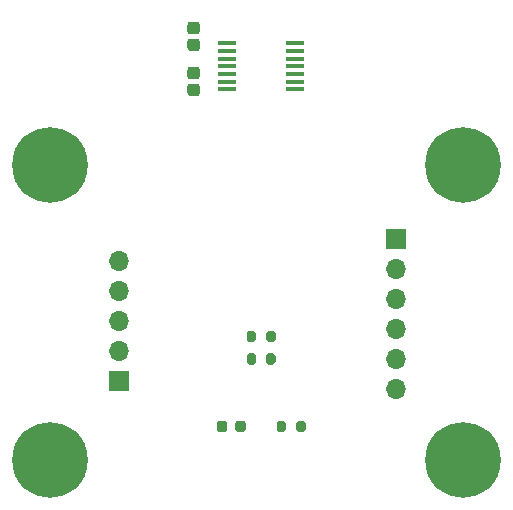
<source format=gbr>
%TF.GenerationSoftware,KiCad,Pcbnew,(5.1.9)-1*%
%TF.CreationDate,2021-04-28T11:17:24-03:00*%
%TF.ProjectId,1335_rev1,31333335-5f72-4657-9631-2e6b69636164,rev?*%
%TF.SameCoordinates,Original*%
%TF.FileFunction,Soldermask,Top*%
%TF.FilePolarity,Negative*%
%FSLAX46Y46*%
G04 Gerber Fmt 4.6, Leading zero omitted, Abs format (unit mm)*
G04 Created by KiCad (PCBNEW (5.1.9)-1) date 2021-04-28 11:17:24*
%MOMM*%
%LPD*%
G01*
G04 APERTURE LIST*
%ADD10O,1.700000X1.700000*%
%ADD11R,1.700000X1.700000*%
%ADD12C,6.400000*%
%ADD13C,0.800000*%
%ADD14R,1.570000X0.410000*%
G04 APERTURE END LIST*
D10*
%TO.C,J1*%
X130810000Y-83185000D03*
X130810000Y-85725000D03*
X130810000Y-88265000D03*
X130810000Y-90805000D03*
D11*
X130810000Y-93345000D03*
%TD*%
D10*
%TO.C,J2*%
X154305000Y-93980000D03*
X154305000Y-91440000D03*
X154305000Y-88900000D03*
X154305000Y-86360000D03*
X154305000Y-83820000D03*
D11*
X154305000Y-81280000D03*
%TD*%
%TO.C,R1*%
G36*
G01*
X144990000Y-96880000D02*
X144990000Y-97430000D01*
G75*
G02*
X144790000Y-97630000I-200000J0D01*
G01*
X144390000Y-97630000D01*
G75*
G02*
X144190000Y-97430000I0J200000D01*
G01*
X144190000Y-96880000D01*
G75*
G02*
X144390000Y-96680000I200000J0D01*
G01*
X144790000Y-96680000D01*
G75*
G02*
X144990000Y-96880000I0J-200000D01*
G01*
G37*
G36*
G01*
X146640000Y-96880000D02*
X146640000Y-97430000D01*
G75*
G02*
X146440000Y-97630000I-200000J0D01*
G01*
X146040000Y-97630000D01*
G75*
G02*
X145840000Y-97430000I0J200000D01*
G01*
X145840000Y-96880000D01*
G75*
G02*
X146040000Y-96680000I200000J0D01*
G01*
X146440000Y-96680000D01*
G75*
G02*
X146640000Y-96880000I0J-200000D01*
G01*
G37*
%TD*%
%TO.C,R3*%
G36*
G01*
X143300000Y-91715000D02*
X143300000Y-91165000D01*
G75*
G02*
X143500000Y-90965000I200000J0D01*
G01*
X143900000Y-90965000D01*
G75*
G02*
X144100000Y-91165000I0J-200000D01*
G01*
X144100000Y-91715000D01*
G75*
G02*
X143900000Y-91915000I-200000J0D01*
G01*
X143500000Y-91915000D01*
G75*
G02*
X143300000Y-91715000I0J200000D01*
G01*
G37*
G36*
G01*
X141650000Y-91715000D02*
X141650000Y-91165000D01*
G75*
G02*
X141850000Y-90965000I200000J0D01*
G01*
X142250000Y-90965000D01*
G75*
G02*
X142450000Y-91165000I0J-200000D01*
G01*
X142450000Y-91715000D01*
G75*
G02*
X142250000Y-91915000I-200000J0D01*
G01*
X141850000Y-91915000D01*
G75*
G02*
X141650000Y-91715000I0J200000D01*
G01*
G37*
%TD*%
%TO.C,R2*%
G36*
G01*
X143300000Y-89810000D02*
X143300000Y-89260000D01*
G75*
G02*
X143500000Y-89060000I200000J0D01*
G01*
X143900000Y-89060000D01*
G75*
G02*
X144100000Y-89260000I0J-200000D01*
G01*
X144100000Y-89810000D01*
G75*
G02*
X143900000Y-90010000I-200000J0D01*
G01*
X143500000Y-90010000D01*
G75*
G02*
X143300000Y-89810000I0J200000D01*
G01*
G37*
G36*
G01*
X141650000Y-89810000D02*
X141650000Y-89260000D01*
G75*
G02*
X141850000Y-89060000I200000J0D01*
G01*
X142250000Y-89060000D01*
G75*
G02*
X142450000Y-89260000I0J-200000D01*
G01*
X142450000Y-89810000D01*
G75*
G02*
X142250000Y-90010000I-200000J0D01*
G01*
X141850000Y-90010000D01*
G75*
G02*
X141650000Y-89810000I0J200000D01*
G01*
G37*
%TD*%
%TO.C,D1*%
G36*
G01*
X140685000Y-97411250D02*
X140685000Y-96898750D01*
G75*
G02*
X140903750Y-96680000I218750J0D01*
G01*
X141341250Y-96680000D01*
G75*
G02*
X141560000Y-96898750I0J-218750D01*
G01*
X141560000Y-97411250D01*
G75*
G02*
X141341250Y-97630000I-218750J0D01*
G01*
X140903750Y-97630000D01*
G75*
G02*
X140685000Y-97411250I0J218750D01*
G01*
G37*
G36*
G01*
X139110000Y-97411250D02*
X139110000Y-96898750D01*
G75*
G02*
X139328750Y-96680000I218750J0D01*
G01*
X139766250Y-96680000D01*
G75*
G02*
X139985000Y-96898750I0J-218750D01*
G01*
X139985000Y-97411250D01*
G75*
G02*
X139766250Y-97630000I-218750J0D01*
G01*
X139328750Y-97630000D01*
G75*
G02*
X139110000Y-97411250I0J218750D01*
G01*
G37*
%TD*%
%TO.C,C2*%
G36*
G01*
X136884999Y-68120000D02*
X137435001Y-68120000D01*
G75*
G02*
X137685000Y-68369999I0J-249999D01*
G01*
X137685000Y-68945001D01*
G75*
G02*
X137435001Y-69195000I-249999J0D01*
G01*
X136884999Y-69195000D01*
G75*
G02*
X136635000Y-68945001I0J249999D01*
G01*
X136635000Y-68369999D01*
G75*
G02*
X136884999Y-68120000I249999J0D01*
G01*
G37*
G36*
G01*
X136884999Y-66695000D02*
X137435001Y-66695000D01*
G75*
G02*
X137685000Y-66944999I0J-249999D01*
G01*
X137685000Y-67520001D01*
G75*
G02*
X137435001Y-67770000I-249999J0D01*
G01*
X136884999Y-67770000D01*
G75*
G02*
X136635000Y-67520001I0J249999D01*
G01*
X136635000Y-66944999D01*
G75*
G02*
X136884999Y-66695000I249999J0D01*
G01*
G37*
%TD*%
%TO.C,C1*%
G36*
G01*
X137435001Y-65385000D02*
X136884999Y-65385000D01*
G75*
G02*
X136635000Y-65135001I0J249999D01*
G01*
X136635000Y-64559999D01*
G75*
G02*
X136884999Y-64310000I249999J0D01*
G01*
X137435001Y-64310000D01*
G75*
G02*
X137685000Y-64559999I0J-249999D01*
G01*
X137685000Y-65135001D01*
G75*
G02*
X137435001Y-65385000I-249999J0D01*
G01*
G37*
G36*
G01*
X137435001Y-63960000D02*
X136884999Y-63960000D01*
G75*
G02*
X136635000Y-63710001I0J249999D01*
G01*
X136635000Y-63134999D01*
G75*
G02*
X136884999Y-62885000I249999J0D01*
G01*
X137435001Y-62885000D01*
G75*
G02*
X137685000Y-63134999I0J-249999D01*
G01*
X137685000Y-63710001D01*
G75*
G02*
X137435001Y-63960000I-249999J0D01*
G01*
G37*
%TD*%
D12*
%TO.C,H1*%
X125000000Y-75000000D03*
D13*
X127400000Y-75000000D03*
X126697056Y-76697056D03*
X125000000Y-77400000D03*
X123302944Y-76697056D03*
X122600000Y-75000000D03*
X123302944Y-73302944D03*
X125000000Y-72600000D03*
X126697056Y-73302944D03*
%TD*%
%TO.C,H2*%
X161697056Y-73302944D03*
X160000000Y-72600000D03*
X158302944Y-73302944D03*
X157600000Y-75000000D03*
X158302944Y-76697056D03*
X160000000Y-77400000D03*
X161697056Y-76697056D03*
X162400000Y-75000000D03*
D12*
X160000000Y-75000000D03*
%TD*%
%TO.C,H3*%
X125000000Y-100000000D03*
D13*
X127400000Y-100000000D03*
X126697056Y-101697056D03*
X125000000Y-102400000D03*
X123302944Y-101697056D03*
X122600000Y-100000000D03*
X123302944Y-98302944D03*
X125000000Y-97600000D03*
X126697056Y-98302944D03*
%TD*%
%TO.C,H4*%
X161697056Y-98302944D03*
X160000000Y-97600000D03*
X158302944Y-98302944D03*
X157600000Y-100000000D03*
X158302944Y-101697056D03*
X160000000Y-102400000D03*
X161697056Y-101697056D03*
X162400000Y-100000000D03*
D12*
X160000000Y-100000000D03*
%TD*%
D14*
%TO.C,U1*%
X140005000Y-64725000D03*
X140005000Y-65375000D03*
X140005000Y-66025000D03*
X140005000Y-66675000D03*
X140005000Y-67325000D03*
X140005000Y-67975000D03*
X140005000Y-68625000D03*
X145745000Y-68625000D03*
X145745000Y-67975000D03*
X145745000Y-67325000D03*
X145745000Y-66675000D03*
X145745000Y-66025000D03*
X145745000Y-65375000D03*
X145745000Y-64725000D03*
%TD*%
M02*

</source>
